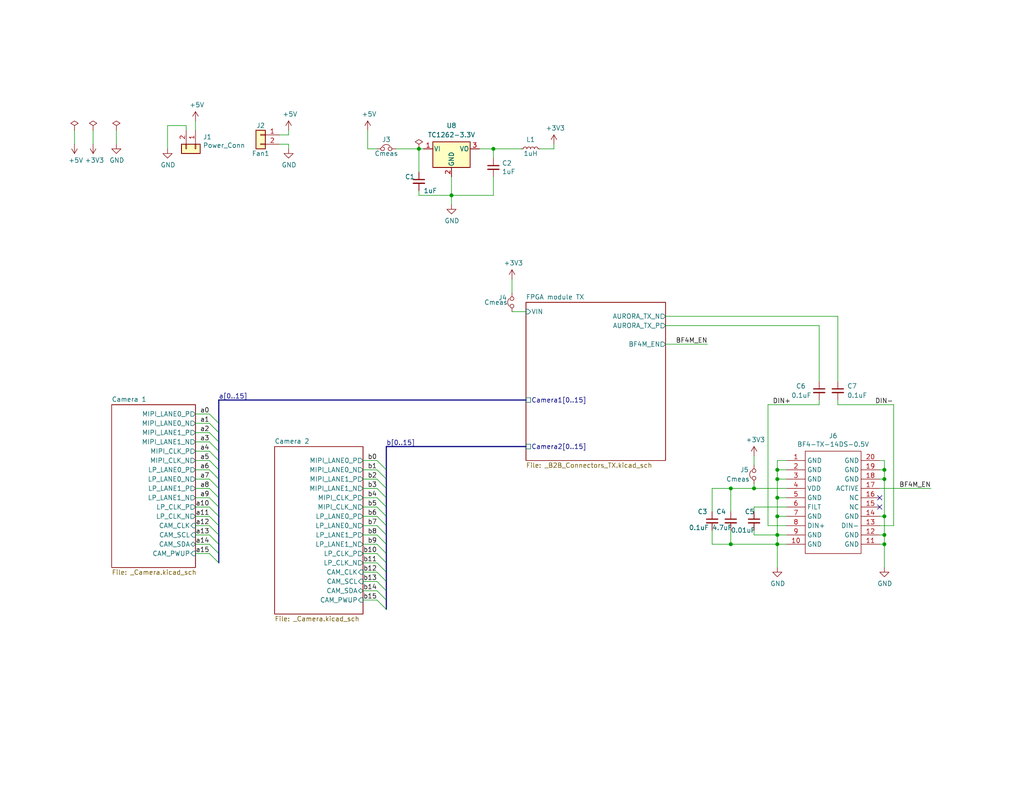
<source format=kicad_sch>
(kicad_sch (version 20211123) (generator eeschema)
  (paper "USLetter")
  (title_block (title "TX module") (date "2021-05-13") (rev "1.0"))
  (lib_symbols
    (symbol "Connector_Generic:Conn_01x02" (pin_names (offset 1.016) hide)
      (property "Reference" "J" (at 0 2.54 0))
      (property "Value" "Conn_01x02" (at 0 -5.08 0))
      (symbol "Conn_01x02_1_1"
        (rectangle (start -1.27 -2.413) (end 0 -2.667) (stroke (width 0.1524)))
        (rectangle (start -1.27 0.127) (end 0 -0.127) (stroke (width 0.1524)))
        (rectangle (start -1.27 1.27) (end 1.27 -3.81) (stroke (width 0.254)) (fill (type background)))
        (pin passive line (at -5.08 0 0) (length 3.81) (name "Pin_1") (number "1"))
        (pin passive line (at -5.08 -2.54 0) (length 3.81) (name "Pin_2") (number "2"))
      )
    )
    (symbol "Device:C_Small" (pin_numbers hide) (pin_names (offset 0.254) hide)
      (property "Reference" "C" (at 0.254 1.778 0))
      (property "Value" "C_Small" (at 0.254 -2.032 0))
      (symbol "C_Small_0_1"
        (polyline (pts (xy -1.524 -0.508) (xy 1.524 -0.508)) (stroke (width 0.3302)))
        (polyline (pts (xy -1.524 0.508) (xy 1.524 0.508)) (stroke (width 0.3048)))
      )
      (symbol "C_Small_1_1"
        (pin passive line (at 0 2.54 270) (length 2.032) (name "~") (number "1"))
        (pin passive line (at 0 -2.54 90) (length 2.032) (name "~") (number "2"))
      )
    )
    (symbol "Device:Jumper_NC_Small" (pin_numbers hide) (pin_names (offset 0.762) hide)
      (property "Reference" "JP" (at 0 2.032 0))
      (property "Value" "Device_Jumper_NC_Small" (at 0.254 -1.524 0))
      (symbol "Jumper_NC_Small_0_1"
        (circle (center -1.016 0) (radius 0.508))
        (circle (center 1.016 0) (radius 0.508))
        (arc (start 1.016 0.762) (mid 0 1.1828) (end -1.016 0.762))
        (pin passive line (at -2.54 0 0) (length 1.016) (name "1") (number "1"))
        (pin passive line (at 2.54 0 180) (length 1.016) (name "2") (number "2"))
      )
    )
    (symbol "Device:L_Small" (pin_numbers hide) (pin_names (offset 0.254) hide)
      (property "Reference" "L" (at 0.762 1.016 0))
      (property "Value" "L_Small" (at 0.762 -1.016 0))
      (symbol "L_Small_0_1"
        (arc (start 0 -2.032) (mid 0.508 -1.524) (end 0 -1.016))
        (arc (start 0 -1.016) (mid 0.508 -0.508) (end 0 0))
        (arc (start 0 0) (mid 0.508 0.508) (end 0 1.016))
        (arc (start 0 1.016) (mid 0.508 1.524) (end 0 2.032))
      )
      (symbol "L_Small_1_1"
        (pin passive line (at 0 2.54 270) (length 0.508) (name "~") (number "1"))
        (pin passive line (at 0 -2.54 90) (length 0.508) (name "~") (number "2"))
      )
    )
    (symbol "ProjectLib:BF4-TX-14DS-0.5V"
      (property "Reference" "J" (at 21.59 7.62 0))
      (property "Value" "BF4-TX-14DS-0.5V" (at 21.59 5.08 0))
      (symbol "BF4-TX-14DS-0.5V_0_0"
        (pin passive line (at 0 0 0) (length 5.08) (name "GND") (number "1"))
        (pin passive line (at 0 -22.86 0) (length 5.08) (name "GND") (number "10"))
        (pin passive line (at 25.4 -22.86 180) (length 5.08) (name "GND") (number "11"))
        (pin passive line (at 25.4 -20.32 180) (length 5.08) (name "GND") (number "12"))
        (pin passive line (at 25.4 -17.78 180) (length 5.08) (name "DIN-") (number "13"))
        (pin passive line (at 25.4 -15.24 180) (length 5.08) (name "GND") (number "14"))
        (pin passive line (at 25.4 -12.7 180) (length 5.08) (name "NC") (number "15"))
        (pin passive line (at 25.4 -10.16 180) (length 5.08) (name "NC") (number "16"))
        (pin passive line (at 25.4 -7.62 180) (length 5.08) (name "ACTIVE") (number "17"))
        (pin passive line (at 25.4 -5.08 180) (length 5.08) (name "GND") (number "18"))
        (pin passive line (at 25.4 -2.54 180) (length 5.08) (name "GND") (number "19"))
        (pin passive line (at 0 -2.54 0) (length 5.08) (name "GND") (number "2"))
        (pin passive line (at 25.4 0 180) (length 5.08) (name "GND") (number "20"))
        (pin passive line (at 0 -5.08 0) (length 5.08) (name "GND") (number "3"))
        (pin passive line (at 0 -7.62 0) (length 5.08) (name "VDD") (number "4"))
        (pin passive line (at 0 -10.16 0) (length 5.08) (name "GND") (number "5"))
        (pin passive line (at 0 -12.7 0) (length 5.08) (name "FILT") (number "6"))
        (pin passive line (at 0 -15.24 0) (length 5.08) (name "GND") (number "7"))
        (pin passive line (at 0 -17.78 0) (length 5.08) (name "DIN+") (number "8"))
        (pin passive line (at 0 -20.32 0) (length 5.08) (name "GND") (number "9"))
      )
      (symbol "BF4-TX-14DS-0.5V_0_1"
        (polyline (pts (xy 5.08 2.54) (xy 20.32 2.54) (xy 20.32 -25.4) (xy 5.08 -25.4) (xy 5.08 2.54)) (stroke (width 0.1524)))
      )
    )
    (symbol "Regulator_Linear:TC1262-33" (pin_names (offset 0.254))
      (property "Reference" "U" (at -3.81 3.175 0))
      (property "Value" "TC1262-33" (at 0 3.175 0))
      (symbol "TC1262-33_1_1"
        (rectangle (start -5.08 1.905) (end 5.08 -5.08) (stroke (width 0.254)) (fill (type background)))
        (pin power_in line (at -7.62 0 0) (length 2.54) (name "VI") (number "1"))
        (pin power_in line (at 0 -7.62 90) (length 2.54) (name "GND") (number "2"))
        (pin power_out line (at 7.62 0 180) (length 2.54) (name "VO") (number "3"))
      )
    )
    (symbol "power:+3.3V" (power) (pin_names (offset 0))
      (property "Value" "+3.3V" (at 0 3.556 0))
      (symbol "+3.3V_0_1"
        (polyline (pts (xy -0.762 1.27) (xy 0 2.54)))
        (polyline (pts (xy 0 0) (xy 0 2.54)))
        (polyline (pts (xy 0 2.54) (xy 0.762 1.27)))
      )
      (symbol "+3.3V_1_1"
        (pin power_in line (at 0 0 90) (length 0) hide (name "+3V3") (number "1"))
      )
    )
    (symbol "power:+5V" (power) (pin_names (offset 0))
      (property "Value" "+5V" (at 0 3.556 0))
      (symbol "+5V_0_1"
        (polyline (pts (xy -0.762 1.27) (xy 0 2.54)))
        (polyline (pts (xy 0 0) (xy 0 2.54)))
        (polyline (pts (xy 0 2.54) (xy 0.762 1.27)))
      )
      (symbol "+5V_1_1"
        (pin power_in line (at 0 0 90) (length 0) hide (name "+5V") (number "1"))
      )
    )
    (symbol "power:GND" (power) (pin_names (offset 0))
      (property "Value" "GND" (at 0 -3.81 0))
      (symbol "GND_0_1"
        (polyline (pts (xy 0 0) (xy 0 -1.27) (xy 1.27 -1.27) (xy 0 -2.54) (xy -1.27 -1.27) (xy 0 -1.27)))
      )
      (symbol "GND_1_1"
        (pin power_in line (at 0 0 270) (length 0) hide (name "GND") (number "1"))
      )
    )
    (symbol "power:PWR_FLAG" (power) (pin_numbers hide) (pin_names (offset 0) hide)
      (property "Value" "PWR_FLAG" (at 0 3.81 0))
      (symbol "PWR_FLAG_0_0"
        (pin power_out line (at 0 0 90) (length 0) (name "pwr") (number "1"))
      )
      (symbol "PWR_FLAG_0_1"
        (polyline (pts (xy 0 0) (xy 0 1.27) (xy -1.016 1.905) (xy 0 2.54) (xy 1.016 1.905) (xy 0 1.27)))
      )
    )
  )
  (junction (at 199.39 133.35))
  (junction (at 241.3 140.97))
  (junction (at 212.09 140.97))
  (junction (at 134.62 40.64))
  (junction (at 241.3 148.59))
  (junction (at 123.19 53.34))
  (junction (at 241.3 130.81))
  (junction (at 114.3 40.64))
  (junction (at 212.09 146.05))
  (junction (at 212.09 128.27))
  (junction (at 205.74 133.35))
  (junction (at 241.3 128.27))
  (junction (at 212.09 135.89))
  (junction (at 241.3 146.05))
  (junction (at 212.09 148.59))
  (junction (at 199.39 148.59))
  (junction (at 212.09 130.81))
  (no_connect (at 240.03 138.43))
  (no_connect (at 240.03 135.89))
  (bus_entry (at 57.15 120.65) (size 2.54 2.54))
  (bus_entry (at 102.87 143.51) (size 2.54 2.54))
  (bus_entry (at 57.15 135.89) (size 2.54 2.54))
  (bus_entry (at 57.15 125.73) (size 2.54 2.54))
  (bus_entry (at 57.15 146.05) (size 2.54 2.54))
  (bus_entry (at 57.15 138.43) (size 2.54 2.54))
  (bus_entry (at 102.87 158.75) (size 2.54 2.54))
  (bus_entry (at 57.15 151.13) (size 2.54 2.54))
  (bus_entry (at 102.87 140.97) (size 2.54 2.54))
  (bus_entry (at 102.87 125.73) (size 2.54 2.54))
  (bus_entry (at 57.15 115.57) (size 2.54 2.54))
  (bus_entry (at 102.87 161.29) (size 2.54 2.54))
  (bus_entry (at 102.87 163.83) (size 2.54 2.54))
  (bus_entry (at 102.87 151.13) (size 2.54 2.54))
  (bus_entry (at 57.15 123.19) (size 2.54 2.54))
  (bus_entry (at 102.87 153.67) (size 2.54 2.54))
  (bus_entry (at 102.87 128.27) (size 2.54 2.54))
  (bus_entry (at 102.87 135.89) (size 2.54 2.54))
  (bus_entry (at 57.15 143.51) (size 2.54 2.54))
  (bus_entry (at 102.87 130.81) (size 2.54 2.54))
  (bus_entry (at 102.87 148.59) (size 2.54 2.54))
  (bus_entry (at 57.15 128.27) (size 2.54 2.54))
  (bus_entry (at 102.87 133.35) (size 2.54 2.54))
  (bus_entry (at 57.15 148.59) (size 2.54 2.54))
  (bus_entry (at 57.15 118.11) (size 2.54 2.54))
  (bus_entry (at 102.87 138.43) (size 2.54 2.54))
  (bus_entry (at 57.15 133.35) (size 2.54 2.54))
  (bus_entry (at 57.15 113.03) (size 2.54 2.54))
  (bus_entry (at 57.15 140.97) (size 2.54 2.54))
  (bus_entry (at 57.15 130.81) (size 2.54 2.54))
  (bus_entry (at 102.87 146.05) (size 2.54 2.54))
  (bus_entry (at 102.87 156.21) (size 2.54 2.54))
  (wire (pts (xy 214.63 146.05) (xy 212.09 146.05)))
  (bus (pts (xy 59.69 128.27) (xy 59.69 130.81)))
  (wire (pts (xy 134.62 53.34) (xy 123.19 53.34)))
  (bus (pts (xy 59.69 133.35) (xy 59.69 135.89)))
  (wire (pts (xy 199.39 133.35) (xy 194.31 133.35)))
  (wire (pts (xy 99.06 125.73) (xy 102.87 125.73)))
  (wire (pts (xy 53.34 128.27) (xy 57.15 128.27)))
  (bus (pts (xy 105.41 138.43) (xy 105.41 140.97)))
  (wire (pts (xy 212.09 125.73) (xy 212.09 128.27)))
  (wire (pts (xy 212.09 135.89) (xy 212.09 140.97)))
  (wire (pts (xy 134.62 40.64) (xy 142.24 40.64)))
  (wire (pts (xy 25.4 35.56) (xy 25.4 39.37)))
  (wire (pts (xy 151.13 40.64) (xy 147.32 40.64)))
  (wire (pts (xy 205.74 124.46) (xy 205.74 127)))
  (wire (pts (xy 53.34 118.11) (xy 57.15 118.11)))
  (wire (pts (xy 212.09 140.97) (xy 212.09 146.05)))
  (wire (pts (xy 53.34 140.97) (xy 57.15 140.97)))
  (wire (pts (xy 199.39 133.35) (xy 199.39 139.7)))
  (wire (pts (xy 50.8 34.29) (xy 45.72 34.29)))
  (wire (pts (xy 209.55 110.49) (xy 209.55 143.51)))
  (wire (pts (xy 243.84 110.49) (xy 243.84 143.51)))
  (wire (pts (xy 241.3 125.73) (xy 241.3 128.27)))
  (wire (pts (xy 205.74 146.05) (xy 212.09 146.05)))
  (bus (pts (xy 105.41 151.13) (xy 105.41 153.67)))
  (wire (pts (xy 99.06 128.27) (xy 102.87 128.27)))
  (bus (pts (xy 105.41 156.21) (xy 105.41 158.75)))
  (wire (pts (xy 241.3 154.94) (xy 241.3 148.59)))
  (bus (pts (xy 59.69 118.11) (xy 59.69 120.65)))
  (wire (pts (xy 243.84 143.51) (xy 240.03 143.51)))
  (wire (pts (xy 134.62 48.26) (xy 134.62 53.34)))
  (wire (pts (xy 199.39 148.59) (xy 212.09 148.59)))
  (wire (pts (xy 134.62 40.64) (xy 134.62 43.18)))
  (wire (pts (xy 99.06 158.75) (xy 102.87 158.75)))
  (wire (pts (xy 143.51 85.09) (xy 139.7 85.09)))
  (wire (pts (xy 240.03 128.27) (xy 241.3 128.27)))
  (wire (pts (xy 78.74 35.56) (xy 78.74 36.83)))
  (wire (pts (xy 99.06 151.13) (xy 102.87 151.13)))
  (wire (pts (xy 205.74 133.35) (xy 199.39 133.35)))
  (wire (pts (xy 240.03 125.73) (xy 241.3 125.73)))
  (bus (pts (xy 105.41 161.29) (xy 105.41 163.83)))
  (wire (pts (xy 214.63 125.73) (xy 212.09 125.73)))
  (wire (pts (xy 53.34 133.35) (xy 57.15 133.35)))
  (wire (pts (xy 78.74 36.83) (xy 76.2 36.83)))
  (wire (pts (xy 99.06 161.29) (xy 102.87 161.29)))
  (wire (pts (xy 53.34 151.13) (xy 57.15 151.13)))
  (wire (pts (xy 194.31 133.35) (xy 194.31 139.7)))
  (wire (pts (xy 53.34 120.65) (xy 57.15 120.65)))
  (wire (pts (xy 99.06 130.81) (xy 102.87 130.81)))
  (wire (pts (xy 53.34 146.05) (xy 57.15 146.05)))
  (wire (pts (xy 100.33 40.64) (xy 102.87 40.64)))
  (wire (pts (xy 228.6 109.22) (xy 228.6 110.49)))
  (wire (pts (xy 241.3 146.05) (xy 241.3 148.59)))
  (bus (pts (xy 59.69 130.81) (xy 59.69 133.35)))
  (wire (pts (xy 114.3 52.07) (xy 114.3 53.34)))
  (bus (pts (xy 105.41 140.97) (xy 105.41 143.51)))
  (wire (pts (xy 100.33 35.56) (xy 100.33 40.64)))
  (wire (pts (xy 241.3 128.27) (xy 241.3 130.81)))
  (wire (pts (xy 194.31 144.78) (xy 194.31 148.59)))
  (wire (pts (xy 241.3 140.97) (xy 241.3 146.05)))
  (wire (pts (xy 205.74 132.08) (xy 205.74 133.35)))
  (wire (pts (xy 45.72 34.29) (xy 45.72 40.64)))
  (wire (pts (xy 53.34 130.81) (xy 57.15 130.81)))
  (wire (pts (xy 223.52 110.49) (xy 209.55 110.49)))
  (wire (pts (xy 20.32 35.56) (xy 20.32 39.37)))
  (wire (pts (xy 53.34 135.89) (xy 57.15 135.89)))
  (wire (pts (xy 181.61 86.36) (xy 228.6 86.36)))
  (bus (pts (xy 105.41 133.35) (xy 105.41 135.89)))
  (wire (pts (xy 205.74 144.78) (xy 205.74 146.05)))
  (wire (pts (xy 53.34 115.57) (xy 57.15 115.57)))
  (wire (pts (xy 114.3 46.99) (xy 114.3 40.64)))
  (wire (pts (xy 99.06 146.05) (xy 102.87 146.05)))
  (wire (pts (xy 99.06 133.35) (xy 102.87 133.35)))
  (wire (pts (xy 31.75 35.56) (xy 31.75 39.37)))
  (bus (pts (xy 59.69 123.19) (xy 59.69 125.73)))
  (wire (pts (xy 99.06 135.89) (xy 102.87 135.89)))
  (wire (pts (xy 240.03 140.97) (xy 241.3 140.97)))
  (wire (pts (xy 214.63 128.27) (xy 212.09 128.27)))
  (wire (pts (xy 240.03 130.81) (xy 241.3 130.81)))
  (bus (pts (xy 59.69 109.22) (xy 59.69 115.57)))
  (wire (pts (xy 139.7 76.2) (xy 139.7 80.01)))
  (bus (pts (xy 59.69 125.73) (xy 59.69 128.27)))
  (wire (pts (xy 209.55 143.51) (xy 214.63 143.51)))
  (wire (pts (xy 99.06 163.83) (xy 102.87 163.83)))
  (wire (pts (xy 223.52 109.22) (xy 223.52 110.49)))
  (wire (pts (xy 53.34 33.02) (xy 53.34 35.56)))
  (bus (pts (xy 143.51 121.92) (xy 105.41 121.92)))
  (bus (pts (xy 105.41 121.92) (xy 105.41 128.27)))
  (bus (pts (xy 105.41 158.75) (xy 105.41 161.29)))
  (wire (pts (xy 99.06 143.51) (xy 102.87 143.51)))
  (wire (pts (xy 53.34 125.73) (xy 57.15 125.73)))
  (wire (pts (xy 205.74 139.7) (xy 205.74 138.43)))
  (bus (pts (xy 59.69 143.51) (xy 59.69 146.05)))
  (wire (pts (xy 99.06 140.97) (xy 102.87 140.97)))
  (wire (pts (xy 228.6 86.36) (xy 228.6 104.14)))
  (wire (pts (xy 78.74 40.64) (xy 78.74 39.37)))
  (wire (pts (xy 240.03 133.35) (xy 254 133.35)))
  (wire (pts (xy 214.63 130.81) (xy 212.09 130.81)))
  (wire (pts (xy 114.3 53.34) (xy 123.19 53.34)))
  (wire (pts (xy 228.6 110.49) (xy 243.84 110.49)))
  (wire (pts (xy 123.19 48.26) (xy 123.19 53.34)))
  (wire (pts (xy 99.06 138.43) (xy 102.87 138.43)))
  (wire (pts (xy 53.34 123.19) (xy 57.15 123.19)))
  (bus (pts (xy 59.69 146.05) (xy 59.69 148.59)))
  (wire (pts (xy 212.09 128.27) (xy 212.09 130.81)))
  (bus (pts (xy 59.69 140.97) (xy 59.69 143.51)))
  (wire (pts (xy 205.74 138.43) (xy 214.63 138.43)))
  (wire (pts (xy 240.03 146.05) (xy 241.3 146.05)))
  (bus (pts (xy 59.69 109.22) (xy 143.51 109.22)))
  (wire (pts (xy 53.34 138.43) (xy 57.15 138.43)))
  (wire (pts (xy 240.03 148.59) (xy 241.3 148.59)))
  (bus (pts (xy 59.69 148.59) (xy 59.69 151.13)))
  (wire (pts (xy 114.3 40.64) (xy 115.57 40.64)))
  (wire (pts (xy 212.09 148.59) (xy 212.09 154.94)))
  (wire (pts (xy 99.06 153.67) (xy 102.87 153.67)))
  (wire (pts (xy 78.74 39.37) (xy 76.2 39.37)))
  (wire (pts (xy 214.63 140.97) (xy 212.09 140.97)))
  (bus (pts (xy 59.69 138.43) (xy 59.69 140.97)))
  (bus (pts (xy 105.41 130.81) (xy 105.41 133.35)))
  (bus (pts (xy 105.41 153.67) (xy 105.41 156.21)))
  (bus (pts (xy 105.41 135.89) (xy 105.41 138.43)))
  (wire (pts (xy 212.09 146.05) (xy 212.09 148.59)))
  (wire (pts (xy 130.81 40.64) (xy 134.62 40.64)))
  (wire (pts (xy 53.34 143.51) (xy 57.15 143.51)))
  (bus (pts (xy 105.41 148.59) (xy 105.41 151.13)))
  (wire (pts (xy 241.3 130.81) (xy 241.3 140.97)))
  (wire (pts (xy 223.52 104.14) (xy 223.52 88.9)))
  (bus (pts (xy 59.69 115.57) (xy 59.69 118.11)))
  (wire (pts (xy 99.06 148.59) (xy 102.87 148.59)))
  (wire (pts (xy 123.19 53.34) (xy 123.19 55.88)))
  (bus (pts (xy 59.69 151.13) (xy 59.69 153.67)))
  (wire (pts (xy 212.09 130.81) (xy 212.09 135.89)))
  (wire (pts (xy 214.63 133.35) (xy 205.74 133.35)))
  (bus (pts (xy 105.41 128.27) (xy 105.41 130.81)))
  (wire (pts (xy 223.52 88.9) (xy 181.61 88.9)))
  (bus (pts (xy 105.41 143.51) (xy 105.41 146.05)))
  (wire (pts (xy 181.61 93.98) (xy 193.04 93.98)))
  (bus (pts (xy 59.69 120.65) (xy 59.69 123.19)))
  (bus (pts (xy 105.41 163.83) (xy 105.41 166.37)))
  (wire (pts (xy 151.13 39.37) (xy 151.13 40.64)))
  (wire (pts (xy 99.06 156.21) (xy 102.87 156.21)))
  (wire (pts (xy 107.95 40.64) (xy 114.3 40.64)))
  (wire (pts (xy 214.63 148.59) (xy 212.09 148.59)))
  (wire (pts (xy 194.31 148.59) (xy 199.39 148.59)))
  (wire (pts (xy 53.34 148.59) (xy 57.15 148.59)))
  (wire (pts (xy 212.09 135.89) (xy 214.63 135.89)))
  (wire (pts (xy 53.34 113.03) (xy 57.15 113.03)))
  (wire (pts (xy 50.8 35.56) (xy 50.8 34.29)))
  (bus (pts (xy 59.69 135.89) (xy 59.69 138.43)))
  (wire (pts (xy 199.39 144.78) (xy 199.39 148.59)))
  (bus (pts (xy 105.41 146.05) (xy 105.41 148.59)))
  (label "b15" (at 102.87 163.83 180))
  (label "a3" (at 57.15 120.65 180))
  (label "DIN-" (at 238.76 110.49 0))
  (label "a6" (at 57.15 128.27 180))
  (label "b2" (at 102.87 130.81 180))
  (label "a12" (at 57.15 143.51 180))
  (label "a0" (at 57.15 113.03 180))
  (label "a11" (at 57.15 140.97 180))
  (label "a15" (at 57.15 151.13 180))
  (label "b10" (at 102.87 151.13 180))
  (label "a8" (at 57.15 133.35 180))
  (label "BF4M_EN" (at 193.04 93.98 180))
  (label "DIN+" (at 210.82 110.49 0))
  (label "b8" (at 102.87 146.05 180))
  (label "b1" (at 102.87 128.27 180))
  (label "a14" (at 57.15 148.59 180))
  (label "a4" (at 57.15 123.19 180))
  (label "b11" (at 102.87 153.67 180))
  (label "BF4M_EN" (at 254 133.35 180))
  (label "a10" (at 57.15 138.43 180))
  (label "b14" (at 102.87 161.29 180))
  (label "a[0..15]" (at 59.69 109.22 0))
  (label "b9" (at 102.87 148.59 180))
  (label "b5" (at 102.87 138.43 180))
  (label "a2" (at 57.15 118.11 180))
  (label "a5" (at 57.15 125.73 180))
  (label "b3" (at 102.87 133.35 180))
  (label "b4" (at 102.87 135.89 180))
  (label "a13" (at 57.15 146.05 180))
  (label "b0" (at 102.87 125.73 180))
  (label "a7" (at 57.15 130.81 180))
  (label "b7" (at 102.87 143.51 180))
  (label "a1" (at 57.15 115.57 180))
  (label "a9" (at 57.15 135.89 180))
  (label "b[0..15]" (at 105.41 121.92 0))
  (label "b13" (at 102.87 158.75 180))
  (label "b12" (at 102.87 156.21 180))
  (label "b6" (at 102.87 140.97 180))
  (symbol (lib_id "power:+5V") (at 100.33 35.56 0) (unit 1)
    (property "Reference" "#PWR08" (effects hide))
    (property "Value" "+5V" (at 100.711 31.1658 0))
  )
  (symbol (lib_id "Regulator_Linear:TC1262-33") (at 123.19 40.64 0) (unit 1)
    (property "Reference" "U8" (at 123.19 34.29 0))
    (property "Value" "TC1262-3.3V" (at 123.19 36.83 0))
    (property "Footprint" "Package_TO_SOT_SMD:SOT-223-3_TabPin2" (effects hide))
    (property "Datasheet" "https://ww1.microchip.com/downloads/en/DeviceDoc/21373C.pdf" (effects hide))
    (property "Vendor" "Digikey" (effects hide))
    (property "Vendor Part Number" "TC1262-3.3VDBCT-ND" (effects hide))
    (property "URL" "https://www.digikey.com/en/products/detail/microchip-technology/TC1262-3-3VDBTR/443194" (effects hide))
    (property "Price" "$0.54" (effects hide))
  )
  (symbol (lib_id "power:GND") (at 123.19 55.88 0) (unit 1)
    (property "Reference" "#PWR09" (effects hide))
    (property "Value" "GND" (at 123.317 60.2742 0))
  )
  (symbol (lib_id "Device:C_Small") (at 114.3 49.53 0) (unit 1)
    (property "Reference" "C1" (at 110.49 48.26 0) (effects (justify left)))
    (property "Value" "1uF" (at 115.57 52.07 0) (effects (justify left)))
    (property "Footprint" "Capacitor_SMD:C_0603_1608Metric_Pad1.08x0.95mm_HandSolder" (effects hide))
    (property "Vendor" "Digikey" (effects hide))
    (property "Vendor Part Number" "445-12442-1-ND" (effects hide))
    (property "URL" "https://www.digikey.com/en/products/detail/tdk-corporation/CGA3E2X5R1A105K080AA/3949678" (effects hide))
    (property "Price" "$0.11" (effects hide))
  )
  (symbol (lib_id "Device:C_Small") (at 134.62 45.72 0) (unit 1)
    (property "Reference" "C2" (at 136.9568 44.5516 0) (effects (justify left)))
    (property "Value" "1uF" (at 136.9568 46.863 0) (effects (justify left)))
    (property "Footprint" "Capacitor_SMD:C_0603_1608Metric_Pad1.08x0.95mm_HandSolder" (effects hide))
    (property "Vendor" "Digikey" (effects hide))
    (property "Vendor Part Number" "445-12442-1-ND" (effects hide))
    (property "URL" "https://www.digikey.com/en/products/detail/tdk-corporation/CGA3E2X5R1A105K080AA/3949678" (effects hide))
    (property "Price" "$0.11" (effects hide))
  )
  (symbol (lib_id "power:+3.3V") (at 151.13 39.37 0) (unit 1)
    (property "Reference" "#PWR011" (effects hide))
    (property "Value" "+3.3V" (at 151.511 34.9758 0))
  )
  (symbol (lib_id "Device:L_Small") (at 144.78 40.64 90) (unit 1)
    (property "Reference" "L1" (at 144.78 38.1 90))
    (property "Value" "1uH" (at 144.78 41.91 90))
    (property "Footprint" "Inductor_SMD:L_0603_1608Metric_Pad1.05x0.95mm_HandSolder" (effects hide))
    (property "Datasheet" "https://www.bourns.com/docs/Product-Datasheets/CS160808.pdf" (effects hide))
    (property "Vendor" "Digikey" (effects hide))
    (property "Vendor Part Number" "CS160808-1R0KCT-ND" (effects hide))
    (property "URL" "https://www.digikey.com/en/products/detail/bourns-inc/CS160808-1R0K/3782636" (effects hide))
    (property "Price" "$0.13" (effects hide))
  )
  (symbol (lib_id "Device:Jumper_NC_Small") (at 105.41 40.64 0) (unit 1)
    (property "Reference" "J3" (at 105.41 38.1 0))
    (property "Value" "Cmeas" (at 105.41 41.91 0))
    (property "Footprint" "Connector_PinHeader_2.54mm:PinHeader_1x02_P2.54mm_Vertical" (effects hide))
    (property "Description" "Current measurement pins" (effects hide))
  )
  (symbol (lib_id "Connector_Generic:Conn_01x02") (at 53.34 40.64 270) (unit 1)
    (property "Reference" "J1" (at 55.372 37.3888 90) (effects (justify left)))
    (property "Value" "Power_Conn" (at 55.372 39.7002 90) (effects (justify left)))
    (property "Footprint" "Connector_JST:JST_XH_B2B-XH-A_1x02_P2.50mm_Vertical" (effects hide))
    (property "Datasheet" "http://www.jst-mfg.com/product/pdf/eng/eXH.pdf" (effects hide))
    (property "Vendor" "Digikey" (effects hide))
    (property "Vendor Part Number" "455-2247-ND" (effects hide))
    (property "URL" "https://www.digikey.com/en/products/detail/B2B-XH-A(LF)(SN)/455-2247-ND/1651045?itemSeq=362115228" (effects hide))
    (property "Price" "$0.15" (effects hide))
  )
  (symbol (lib_id "power:+5V") (at 53.34 33.02 0) (unit 1)
    (property "Reference" "#PWR05" (effects hide))
    (property "Value" "+5V" (at 53.721 28.6258 0))
  )
  (symbol (lib_id "power:GND") (at 45.72 40.64 0) (unit 1)
    (property "Reference" "#PWR04" (effects hide))
    (property "Value" "GND" (at 45.847 45.0342 0))
  )
  (symbol (lib_id "power:GND") (at 212.09 154.94 0) (unit 1)
    (property "Reference" "#PWR013" (effects hide))
    (property "Value" "GND" (at 212.217 159.3342 0))
  )
  (symbol (lib_id "power:GND") (at 241.3 154.94 0) (unit 1)
    (property "Reference" "#PWR014" (effects hide))
    (property "Value" "GND" (at 241.427 159.3342 0))
  )
  (symbol (lib_id "Device:C_Small") (at 223.52 106.68 0) (unit 1)
    (property "Reference" "C6" (at 217.17 105.41 0) (effects (justify left)))
    (property "Value" "0.1uF" (at 215.9 107.95 0) (effects (justify left)))
    (property "Footprint" "Capacitor_SMD:C_0603_1608Metric_Pad1.08x0.95mm_HandSolder" (effects hide))
    (property "Description" "AC coupling" (effects hide))
    (property "Vendor" "Digikey" (effects hide))
    (property "Vendor Part Number" "445-5667-1-ND" (effects hide))
    (property "URL" "https://www.digikey.com/en/products/detail/tdk-corporation/CGA3E2X7R1E104K080AA/2443145" (effects hide))
    (property "Price" "$0.1" (effects hide))
  )
  (symbol (lib_id "Device:C_Small") (at 228.6 106.68 0) (unit 1)
    (property "Reference" "C7" (at 231.14 105.41 0) (effects (justify left)))
    (property "Value" "0.1uF" (at 231.14 107.95 0) (effects (justify left)))
    (property "Footprint" "Capacitor_SMD:C_0603_1608Metric_Pad1.08x0.95mm_HandSolder" (effects hide))
    (property "Description" "AC coupling" (effects hide))
    (property "Vendor" "Digikey" (effects hide))
    (property "Vendor Part Number" "445-5667-1-ND" (effects hide))
    (property "URL" "https://www.digikey.com/en/products/detail/tdk-corporation/CGA3E2X7R1E104K080AA/2443145" (effects hide))
    (property "Price" "$0.1" (effects hide))
  )
  (symbol (lib_id "power:+3.3V") (at 205.74 124.46 0) (unit 1)
    (property "Reference" "#PWR012" (effects hide))
    (property "Value" "+3.3V" (at 206.121 120.0658 0))
  )
  (symbol (lib_id "ProjectLib:BF4-TX-14DS-0.5V") (at 214.63 125.73 0) (unit 1)
    (property "Reference" "J6" (at 227.33 118.999 0))
    (property "Value" "BF4-TX-14DS-0.5V" (at 227.33 121.3104 0))
    (property "Footprint" "ProjectLib:BF4TX14DS05V" (effects hide))
    (property "Datasheet" "https://www.hirose.com/en/product/document?clcode=&productname=&series=BF4M&documenttype=Guideline&lang=en&documentid=D166284_en" (effects hide))
    (property "Description" "Fiber Optic TX Connector" (effects hide))
    (property "Vendor Part Number" "H125666CT-ND" (effects hide))
    (property "URL" "https://www.digikey.com/en/products/detail/hirose-electric-co-ltd/BF4-TX-14DS-0-5V/8018062" (effects hide))
    (property "Price" "$9.34" (effects hide))
    (property "Vendor" "Digikey" (effects hide))
  )
  (symbol (lib_id "power:+3.3V") (at 25.4 39.37 0) (mirror x) (unit 1)
    (property "Reference" "#PWR02" (effects hide))
    (property "Value" "+3.3V" (at 25.781 43.7642 0))
  )
  (symbol (lib_id "power:+5V") (at 20.32 39.37 0) (mirror x) (unit 1)
    (property "Reference" "#PWR01" (effects hide))
    (property "Value" "+5V" (at 20.701 43.7642 0))
  )
  (symbol (lib_id "Connector_Generic:Conn_01x02") (at 71.12 36.83 0) (mirror y) (unit 1)
    (property "Reference" "J2" (at 71.12 34.29 0))
    (property "Value" "Fan1" (at 71.12 41.91 0))
    (property "Footprint" "Connector_PinHeader_2.54mm:PinHeader_1x02_P2.54mm_Vertical" (effects hide))
  )
  (symbol (lib_id "power:+5V") (at 78.74 35.56 0) (unit 1)
    (property "Reference" "#PWR06" (effects hide))
    (property "Value" "+5V" (at 79.121 31.1658 0))
  )
  (symbol (lib_id "power:GND") (at 78.74 40.64 0) (unit 1)
    (property "Reference" "#PWR07" (effects hide))
    (property "Value" "GND" (at 78.867 45.0342 0))
  )
  (symbol (lib_id "power:PWR_FLAG") (at 114.3 40.64 0) (unit 1)
    (property "Reference" "#FLG04" (effects hide))
    (property "Value" "PWR_FLAG" (effects hide))
  )
  (symbol (lib_id "power:PWR_FLAG") (at 25.4 35.56 0) (unit 1)
    (property "Reference" "#FLG02" (effects hide))
    (property "Value" "PWR_FLAG" (effects hide))
  )
  (symbol (lib_id "power:PWR_FLAG") (at 20.32 35.56 0) (unit 1)
    (property "Reference" "#FLG01" (effects hide))
    (property "Value" "PWR_FLAG" (effects hide))
  )
  (symbol (lib_id "Device:C_Small") (at 205.74 142.24 0) (unit 1)
    (property "Reference" "C5" (at 203.2 139.7 0) (effects (justify left)))
    (property "Value" "0.01uF" (at 199.39 144.78 0) (effects (justify left)))
    (property "Footprint" "Capacitor_SMD:C_0603_1608Metric_Pad1.08x0.95mm_HandSolder" (effects hide))
    (property "Vendor" "Digikey" (effects hide))
    (property "Vendor Part Number" "445-1311-1-ND" (effects hide))
    (property "URL" "https://www.digikey.com/en/products/detail/tdk-corporation/C1608X7R1H103K080AA/513809" (effects hide))
    (property "Price" "$0.1" (effects hide))
  )
  (symbol (lib_id "power:GND") (at 31.75 39.37 0) (unit 1)
    (property "Reference" "#PWR03" (effects hide))
    (property "Value" "GND" (at 31.877 43.7642 0))
  )
  (symbol (lib_id "power:PWR_FLAG") (at 31.75 35.56 0) (unit 1)
    (property "Reference" "#FLG03" (effects hide))
    (property "Value" "PWR_FLAG" (effects hide))
  )
  (symbol (lib_id "Device:C_Small") (at 194.31 142.24 0) (unit 1)
    (property "Reference" "C3" (at 193.04 139.7 0) (effects (justify right)))
    (property "Value" "0.1uF" (at 187.96 144.78 0) (effects (justify left bottom)))
    (property "Footprint" "Capacitor_SMD:C_0603_1608Metric_Pad1.08x0.95mm_HandSolder" (effects hide))
    (property "Vendor" "Digikey" (effects hide))
    (property "Vendor Part Number" "445-5667-1-ND" (effects hide))
    (property "URL" "https://www.digikey.com/en/products/detail/tdk-corporation/CGA3E2X7R1E104K080AA/2443145" (effects hide))
    (property "Price" "$0.1" (effects hide))
  )
  (symbol (lib_id "Device:C_Small") (at 199.39 142.24 0) (unit 1)
    (property "Reference" "C4" (at 198.12 139.7 0) (effects (justify right)))
    (property "Value" "4.7uF" (at 194.31 144.78 0) (effects (justify left bottom)))
    (property "Footprint" "Capacitor_SMD:C_0603_1608Metric_Pad1.08x0.95mm_HandSolder" (effects hide))
    (property "Vendor" "Digikey" (effects hide))
    (property "Vendor Part Number" "587-5550-1-ND" (effects hide))
    (property "URL" "https://www.digikey.com/en/products/detail/taiyo-yuden/JMK107C6475KA-T/4307722" (effects hide))
    (property "Price" "$0.13" (effects hide))
  )
  (symbol (lib_id "Device:Jumper_NC_Small") (at 139.7 82.55 90) (mirror x) (unit 1)
    (property "Reference" "J4" (at 137.16 81.28 90))
    (property "Value" "Cmeas" (at 132.08 82.55 90) (effects (justify right)))
    (property "Footprint" "Connector_PinHeader_2.54mm:PinHeader_1x02_P2.54mm_Vertical" (effects hide))
    (property "Description" "Current measurement pins" (effects hide))
  )
  (symbol (lib_id "power:+3.3V") (at 139.7 76.2 0) (unit 1)
    (property "Reference" "#PWR010" (effects hide))
    (property "Value" "+3.3V" (at 140.081 71.8058 0))
  )
  (symbol (lib_id "Device:Jumper_NC_Small") (at 205.74 129.54 90) (mirror x) (unit 1)
    (property "Reference" "J5" (at 201.93 128.27 90) (effects (justify right)))
    (property "Value" "Cmeas" (at 198.12 130.81 90) (effects (justify right)))
    (property "Footprint" "Connector_PinHeader_2.54mm:PinHeader_1x02_P2.54mm_Vertical" (effects hide))
    (property "Description" "Current measurement pins" (effects hide))
  )
  (sheet (at 30.48 110.49) (size 22.86 44.45)
    (property "Sheet name" "Camera 1" (at 30.48 109.7784 0) (effects (justify left bottom)))
    (property "Sheet file" "_Camera.kicad_sch" (at 30.48 155.5246 0) (effects (justify left top)))
    (pin "MIPI_LANE0_N" output (at 53.34 115.57 0))
    (pin "MIPI_LANE0_P" output (at 53.34 113.03 0))
    (pin "MIPI_LANE1_N" output (at 53.34 120.65 0))
    (pin "MIPI_LANE1_P" output (at 53.34 118.11 0))
    (pin "MIPI_CLK_N" output (at 53.34 125.73 0))
    (pin "MIPI_CLK_P" output (at 53.34 123.19 0))
    (pin "CAM_PWUP" input (at 53.34 151.13 0))
    (pin "CAM_CLK" input (at 53.34 143.51 0))
    (pin "CAM_SCL" input (at 53.34 146.05 0))
    (pin "CAM_SDA" bidirectional (at 53.34 148.59 0))
    (pin "LP_LANE0_P" output (at 53.34 128.27 0))
    (pin "LP_LANE0_N" output (at 53.34 130.81 0))
    (pin "LP_LANE1_P" output (at 53.34 133.35 0))
    (pin "LP_LANE1_N" output (at 53.34 135.89 0))
    (pin "LP_CLK_P" output (at 53.34 138.43 0))
    (pin "LP_CLK_N" output (at 53.34 140.97 0))
  )
  (sheet (at 143.51 82.55) (size 38.1 43.18)
    (property "Sheet name" "FPGA module TX" (at 143.51 81.8384 0) (effects (justify left bottom)))
    (property "Sheet file" "_B2B_Connectors_TX.kicad_sch" (at 143.51 126.3146 0) (effects (justify left top)))
    (pin "AURORA_TX_P" output (at 181.61 88.9 0))
    (pin "AURORA_TX_N" output (at 181.61 86.36 0))
    (pin "VIN" input (at 143.51 85.09 180))
    (pin "BF4M_EN" output (at 181.61 93.98 0))
    (pin "Camera1[0..15]" passive (at 143.51 109.22 180))
    (pin "Camera2[0..15]" passive (at 143.51 121.92 180))
  )
  (sheet (at 74.93 121.92) (size 24.13 45.72)
    (property "Sheet name" "Camera 2" (at 74.93 121.2084 0) (effects (justify left bottom)))
    (property "Sheet file" "_Camera.kicad_sch" (at 74.93 168.2246 0) (effects (justify left top)))
    (pin "MIPI_LANE0_N" output (at 99.06 128.27 0))
    (pin "MIPI_LANE0_P" output (at 99.06 125.73 0))
    (pin "MIPI_LANE1_N" output (at 99.06 133.35 0))
    (pin "MIPI_LANE1_P" output (at 99.06 130.81 0))
    (pin "MIPI_CLK_N" output (at 99.06 138.43 0))
    (pin "MIPI_CLK_P" output (at 99.06 135.89 0))
    (pin "CAM_PWUP" input (at 99.06 163.83 0))
    (pin "CAM_CLK" input (at 99.06 156.21 0))
    (pin "CAM_SCL" input (at 99.06 158.75 0))
    (pin "CAM_SDA" bidirectional (at 99.06 161.29 0))
    (pin "LP_LANE0_P" output (at 99.06 140.97 0))
    (pin "LP_LANE0_N" output (at 99.06 143.51 0))
    (pin "LP_LANE1_P" output (at 99.06 146.05 0))
    (pin "LP_LANE1_N" output (at 99.06 148.59 0))
    (pin "LP_CLK_P" output (at 99.06 151.13 0))
    (pin "LP_CLK_N" output (at 99.06 153.67 0))
  )
)
</source>
